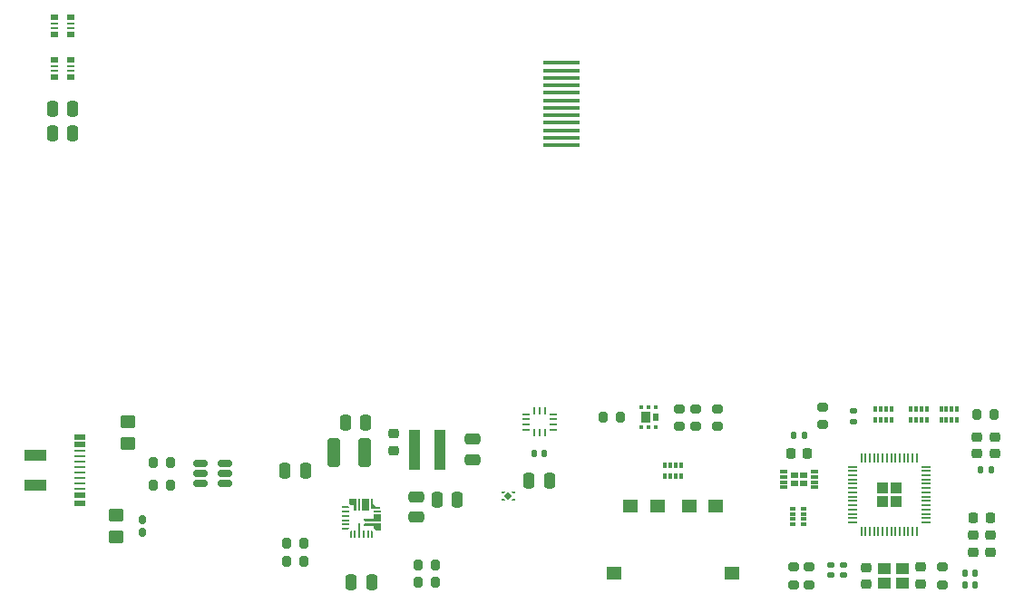
<source format=gbr>
%TF.GenerationSoftware,KiCad,Pcbnew,(5.99.0-11174-ge2a2c3282a)*%
%TF.CreationDate,2021-07-05T21:59:08+02:00*%
%TF.ProjectId,flatlight_rev20_ESIDE,666c6174-6c69-4676-9874-5f7265763230,rev?*%
%TF.SameCoordinates,Original*%
%TF.FileFunction,Paste,Top*%
%TF.FilePolarity,Positive*%
%FSLAX46Y46*%
G04 Gerber Fmt 4.6, Leading zero omitted, Abs format (unit mm)*
G04 Created by KiCad (PCBNEW (5.99.0-11174-ge2a2c3282a)) date 2021-07-05 21:59:08*
%MOMM*%
%LPD*%
G01*
G04 APERTURE LIST*
G04 Aperture macros list*
%AMRoundRect*
0 Rectangle with rounded corners*
0 $1 Rounding radius*
0 $2 $3 $4 $5 $6 $7 $8 $9 X,Y pos of 4 corners*
0 Add a 4 corners polygon primitive as box body*
4,1,4,$2,$3,$4,$5,$6,$7,$8,$9,$2,$3,0*
0 Add four circle primitives for the rounded corners*
1,1,$1+$1,$2,$3*
1,1,$1+$1,$4,$5*
1,1,$1+$1,$6,$7*
1,1,$1+$1,$8,$9*
0 Add four rect primitives between the rounded corners*
20,1,$1+$1,$2,$3,$4,$5,0*
20,1,$1+$1,$4,$5,$6,$7,0*
20,1,$1+$1,$6,$7,$8,$9,0*
20,1,$1+$1,$8,$9,$2,$3,0*%
%AMRotRect*
0 Rectangle, with rotation*
0 The origin of the aperture is its center*
0 $1 length*
0 $2 width*
0 $3 Rotation angle, in degrees counterclockwise*
0 Add horizontal line*
21,1,$1,$2,0,0,$3*%
%AMFreePoly0*
4,1,6,0.100000,-0.050000,-0.100000,-0.050000,-0.100000,0.475000,0.000000,0.575000,0.100000,0.575000,0.100000,-0.050000,0.100000,-0.050000,$1*%
%AMFreePoly1*
4,1,7,0.100000,0.575000,0.100000,-0.050000,-0.100000,-0.050000,-0.100000,0.575000,-0.050000,0.625000,0.050000,0.625000,0.100000,0.575000,0.100000,0.575000,$1*%
%AMFreePoly2*
4,1,6,0.100000,0.475000,0.100000,-0.050000,-0.100000,-0.050000,-0.100000,0.575000,0.000000,0.575000,0.100000,0.475000,0.100000,0.475000,$1*%
%AMFreePoly3*
4,1,7,0.100000,1.200000,0.100000,-0.075000,-0.100000,-0.075000,-0.100000,1.200000,-0.050000,1.250000,0.050000,1.250000,0.100000,1.200000,0.100000,1.200000,$1*%
%AMFreePoly4*
4,1,10,0.050000,-0.300000,-0.450000,-0.300000,-0.600000,-0.150000,-0.600000,0.050000,-1.475000,0.050000,-1.525000,0.100000,-1.525000,0.250000,-1.475000,0.300000,0.050000,0.300000,0.050000,-0.300000,0.050000,-0.300000,$1*%
%AMFreePoly5*
4,1,9,0.050000,-0.300000,-1.475000,-0.300000,-1.525000,-0.250000,-1.525000,-0.100000,-1.475000,-0.050000,-0.600000,-0.050000,-0.600000,0.300000,0.050000,0.300000,0.050000,-0.300000,0.050000,-0.300000,$1*%
%AMFreePoly6*
4,1,7,0.050000,-0.100000,-0.575000,-0.100000,-0.625000,-0.050000,-0.625000,0.050000,-0.575000,0.100000,0.050000,0.100000,0.050000,-0.100000,0.050000,-0.100000,$1*%
%AMFreePoly7*
4,1,9,0.100000,-0.400000,0.350000,-0.650000,0.800000,-0.650000,0.800000,-0.850000,-0.050000,-0.850000,-0.100000,-0.800000,-0.100000,0.050000,0.100000,0.050000,0.100000,-0.400000,0.100000,-0.400000,$1*%
%AMFreePoly8*
4,1,7,0.300000,-1.000000,0.250000,-1.050000,-0.250000,-1.050000,-0.300000,-1.000000,-0.300000,0.050000,0.300000,0.050000,0.300000,-1.000000,0.300000,-1.000000,$1*%
%AMFreePoly9*
4,1,7,0.100000,-1.000000,0.050000,-1.050000,-0.050000,-1.050000,-0.100000,-1.000000,-0.100000,0.050000,0.100000,0.050000,0.100000,-1.000000,0.100000,-1.000000,$1*%
%AMFreePoly10*
4,1,10,0.300000,-1.000000,0.250000,-1.050000,0.100000,-1.050000,0.050000,-1.000000,0.050000,-0.550000,-0.200000,-0.550000,-0.300000,-0.450000,-0.300000,0.050000,0.300000,0.050000,0.300000,-1.000000,0.300000,-1.000000,$1*%
%AMFreePoly11*
4,1,5,0.110000,-0.125000,-0.110000,-0.125000,-0.110000,0.125000,0.360000,0.125000,0.110000,-0.125000,0.110000,-0.125000,$1*%
%AMFreePoly12*
4,1,6,0.290000,-0.055000,0.290000,-0.125000,-0.110000,-0.125000,-0.110000,0.125000,0.110000,0.125000,0.290000,-0.055000,0.290000,-0.055000,$1*%
%AMFreePoly13*
4,1,6,0.110000,-0.125000,-0.290000,-0.125000,-0.290000,-0.055000,-0.110000,0.125000,0.110000,0.125000,0.110000,-0.125000,0.110000,-0.125000,$1*%
%AMFreePoly14*
4,1,6,0.110000,-0.125000,-0.110000,-0.125000,-0.290000,0.055000,-0.290000,0.125000,0.110000,0.125000,0.110000,-0.125000,0.110000,-0.125000,$1*%
G04 Aperture macros list end*
%ADD10RoundRect,0.140000X-0.140000X-0.170000X0.140000X-0.170000X0.140000X0.170000X-0.140000X0.170000X0*%
%ADD11RoundRect,0.140000X0.140000X0.170000X-0.140000X0.170000X-0.140000X-0.170000X0.140000X-0.170000X0*%
%ADD12RoundRect,0.250000X0.250000X0.475000X-0.250000X0.475000X-0.250000X-0.475000X0.250000X-0.475000X0*%
%ADD13RoundRect,0.225000X-0.250000X0.225000X-0.250000X-0.225000X0.250000X-0.225000X0.250000X0.225000X0*%
%ADD14RoundRect,0.225000X0.250000X-0.225000X0.250000X0.225000X-0.250000X0.225000X-0.250000X-0.225000X0*%
%ADD15RoundRect,0.140000X0.170000X-0.140000X0.170000X0.140000X-0.170000X0.140000X-0.170000X-0.140000X0*%
%ADD16RoundRect,0.250000X-0.250000X-0.475000X0.250000X-0.475000X0.250000X0.475000X-0.250000X0.475000X0*%
%ADD17RoundRect,0.250000X-0.475000X0.250000X-0.475000X-0.250000X0.475000X-0.250000X0.475000X0.250000X0*%
%ADD18RoundRect,0.250000X-0.325000X-1.100000X0.325000X-1.100000X0.325000X1.100000X-0.325000X1.100000X0*%
%ADD19RoundRect,0.225000X-0.225000X-0.250000X0.225000X-0.250000X0.225000X0.250000X-0.225000X0.250000X0*%
%ADD20RoundRect,0.140000X-0.170000X0.140000X-0.170000X-0.140000X0.170000X-0.140000X0.170000X0.140000X0*%
%ADD21RoundRect,0.218750X0.218750X0.256250X-0.218750X0.256250X-0.218750X-0.256250X0.218750X-0.256250X0*%
%ADD22R,0.980000X3.700000*%
%ADD23RoundRect,0.218750X-0.256250X0.218750X-0.256250X-0.218750X0.256250X-0.218750X0.256250X0.218750X0*%
%ADD24R,0.400000X0.425000*%
%ADD25R,0.950000X1.100000*%
%ADD26R,0.480000X0.800000*%
%ADD27RoundRect,0.200000X0.275000X-0.200000X0.275000X0.200000X-0.275000X0.200000X-0.275000X-0.200000X0*%
%ADD28RoundRect,0.200000X0.200000X0.275000X-0.200000X0.275000X-0.200000X-0.275000X0.200000X-0.275000X0*%
%ADD29RoundRect,0.200000X-0.200000X-0.275000X0.200000X-0.275000X0.200000X0.275000X-0.200000X0.275000X0*%
%ADD30RoundRect,0.200000X-0.275000X0.200000X-0.275000X-0.200000X0.275000X-0.200000X0.275000X0.200000X0*%
%ADD31R,0.300000X0.500000*%
%ADD32R,0.675000X0.250000*%
%ADD33R,0.250000X0.675000*%
%ADD34RoundRect,0.250000X0.292217X0.292217X-0.292217X0.292217X-0.292217X-0.292217X0.292217X-0.292217X0*%
%ADD35RoundRect,0.050000X0.387500X0.050000X-0.387500X0.050000X-0.387500X-0.050000X0.387500X-0.050000X0*%
%ADD36RoundRect,0.050000X0.050000X0.387500X-0.050000X0.387500X-0.050000X-0.387500X0.050000X-0.387500X0*%
%ADD37FreePoly0,270.000000*%
%ADD38FreePoly1,270.000000*%
%ADD39FreePoly2,270.000000*%
%ADD40FreePoly0,0.000000*%
%ADD41FreePoly1,0.000000*%
%ADD42FreePoly3,0.000000*%
%ADD43FreePoly2,0.000000*%
%ADD44FreePoly4,0.000000*%
%ADD45R,0.100000X0.100000*%
%ADD46FreePoly5,0.000000*%
%ADD47FreePoly6,0.000000*%
%ADD48FreePoly7,0.000000*%
%ADD49FreePoly8,0.000000*%
%ADD50FreePoly9,0.000000*%
%ADD51FreePoly10,0.000000*%
%ADD52R,0.710000X0.580000*%
%ADD53R,0.750000X0.300000*%
%ADD54FreePoly11,180.000000*%
%ADD55FreePoly12,180.000000*%
%ADD56FreePoly13,180.000000*%
%ADD57FreePoly14,180.000000*%
%ADD58RotRect,0.480000X0.480000X225.000000*%
%ADD59R,1.150000X1.000000*%
%ADD60R,1.400000X1.300000*%
%ADD61RoundRect,0.250000X0.450000X-0.350000X0.450000X0.350000X-0.450000X0.350000X-0.450000X-0.350000X0*%
%ADD62R,2.000000X1.000000*%
%ADD63R,1.000000X0.520000*%
%ADD64R,1.000000X0.270000*%
%ADD65RoundRect,0.150000X-0.512500X-0.150000X0.512500X-0.150000X0.512500X0.150000X-0.512500X0.150000X0*%
%ADD66R,0.500000X0.300000*%
%ADD67RoundRect,0.160000X0.160000X-0.222500X0.160000X0.222500X-0.160000X0.222500X-0.160000X-0.222500X0*%
%ADD68R,0.800000X0.200000*%
%ADD69R,0.800000X0.600000*%
%ADD70R,3.500000X0.350000*%
G04 APERTURE END LIST*
D10*
%TO.C,C26*%
X129470000Y-127550000D03*
X130430000Y-127550000D03*
%TD*%
D11*
%TO.C,C27*%
X90230000Y-115250000D03*
X89270000Y-115250000D03*
%TD*%
%TO.C,C17*%
X130430000Y-126450000D03*
X129470000Y-126450000D03*
%TD*%
D12*
%TO.C,C7*%
X74100000Y-127250000D03*
X72200000Y-127250000D03*
%TD*%
D13*
%TO.C,C1*%
X76150000Y-113425000D03*
X76150000Y-114975000D03*
%TD*%
D14*
%TO.C,C23*%
X131850000Y-124475000D03*
X131850000Y-122925000D03*
%TD*%
D15*
%TO.C,C16*%
X118150000Y-126630000D03*
X118150000Y-125670000D03*
%TD*%
D14*
%TO.C,C22*%
X130250000Y-124475000D03*
X130250000Y-122925000D03*
%TD*%
D15*
%TO.C,C12*%
X117000000Y-126630000D03*
X117000000Y-125670000D03*
%TD*%
D16*
%TO.C,C5*%
X80200000Y-119550000D03*
X82100000Y-119550000D03*
%TD*%
%TO.C,C10*%
X66000000Y-116850000D03*
X67900000Y-116850000D03*
%TD*%
D17*
%TO.C,C6*%
X78250000Y-119300000D03*
X78250000Y-121200000D03*
%TD*%
D16*
%TO.C,C8*%
X71650000Y-112350000D03*
X73550000Y-112350000D03*
%TD*%
D12*
%TO.C,C2*%
X90700000Y-117800000D03*
X88800000Y-117800000D03*
%TD*%
D18*
%TO.C,C9*%
X70525000Y-115150000D03*
X73475000Y-115150000D03*
%TD*%
D16*
%TO.C,C3*%
X44300000Y-85400000D03*
X46200000Y-85400000D03*
%TD*%
%TO.C,C4*%
X44300000Y-83100000D03*
X46200000Y-83100000D03*
%TD*%
D10*
%TO.C,C20*%
X113520000Y-113550000D03*
X114480000Y-113550000D03*
%TD*%
D19*
%TO.C,C21*%
X113225000Y-115250000D03*
X114775000Y-115250000D03*
%TD*%
D13*
%TO.C,C24*%
X125350000Y-125875000D03*
X125350000Y-127425000D03*
%TD*%
%TO.C,C25*%
X120250000Y-125925000D03*
X120250000Y-127475000D03*
%TD*%
D11*
%TO.C,C18*%
X131930000Y-116750000D03*
X130970000Y-116750000D03*
%TD*%
D14*
%TO.C,C19*%
X132300000Y-115275000D03*
X132300000Y-113725000D03*
%TD*%
D20*
%TO.C,C13*%
X119050000Y-111320000D03*
X119050000Y-112280000D03*
%TD*%
D21*
%TO.C,L3*%
X131837500Y-121300000D03*
X130262500Y-121300000D03*
%TD*%
D22*
%TO.C,L1*%
X80485000Y-114900000D03*
X78115000Y-114900000D03*
%TD*%
D23*
%TO.C,L2*%
X130600000Y-113712500D03*
X130600000Y-115287500D03*
%TD*%
D24*
%TO.C,Q1*%
X99301504Y-110949888D03*
X99951504Y-112849888D03*
X99951504Y-110949888D03*
D25*
X99651504Y-111899888D03*
D24*
X99301504Y-112849888D03*
D26*
X100651504Y-111899888D03*
D24*
X100601504Y-110949888D03*
X100601504Y-112849888D03*
%TD*%
D27*
%TO.C,R5*%
X127400000Y-127525000D03*
X127400000Y-125875000D03*
%TD*%
D28*
%TO.C,R1*%
X80075000Y-127250000D03*
X78425000Y-127250000D03*
%TD*%
D29*
%TO.C,R2*%
X78425000Y-125650000D03*
X80075000Y-125650000D03*
%TD*%
D30*
%TO.C,R7*%
X104350000Y-111075000D03*
X104350000Y-112725000D03*
%TD*%
%TO.C,R8*%
X102800000Y-111075000D03*
X102800000Y-112725000D03*
%TD*%
D27*
%TO.C,R9*%
X106400000Y-112725000D03*
X106400000Y-111075000D03*
%TD*%
%TO.C,R3*%
X113450000Y-127525000D03*
X113450000Y-125875000D03*
%TD*%
%TO.C,R4*%
X114950000Y-127525000D03*
X114950000Y-125875000D03*
%TD*%
D31*
%TO.C,RN1*%
X121100000Y-112150000D03*
X121600000Y-112150000D03*
X122100000Y-112150000D03*
X122600000Y-112150000D03*
X122600000Y-111150000D03*
X122100000Y-111150000D03*
X121600000Y-111150000D03*
X121100000Y-111150000D03*
%TD*%
D32*
%TO.C,U7*%
X88487500Y-111587500D03*
X88487500Y-112087500D03*
X88487500Y-112587500D03*
X88487500Y-113087500D03*
D33*
X89250000Y-113350000D03*
X89750000Y-113350000D03*
X90250000Y-113350000D03*
D32*
X91012500Y-113087500D03*
X91012500Y-112587500D03*
X91012500Y-112087500D03*
X91012500Y-111587500D03*
D33*
X90250000Y-111325000D03*
X89750000Y-111325000D03*
X89250000Y-111325000D03*
%TD*%
D34*
%TO.C,U6*%
X121762500Y-118462500D03*
X123037500Y-118462500D03*
X121762500Y-119737500D03*
X123037500Y-119737500D03*
D35*
X125837500Y-121700000D03*
X125837500Y-121300000D03*
X125837500Y-120900000D03*
X125837500Y-120500000D03*
X125837500Y-120100000D03*
X125837500Y-119700000D03*
X125837500Y-119300000D03*
X125837500Y-118900000D03*
X125837500Y-118500000D03*
X125837500Y-118100000D03*
X125837500Y-117700000D03*
X125837500Y-117300000D03*
X125837500Y-116900000D03*
X125837500Y-116500000D03*
D36*
X125000000Y-115662500D03*
X124600000Y-115662500D03*
X124200000Y-115662500D03*
X123800000Y-115662500D03*
X123400000Y-115662500D03*
X123000000Y-115662500D03*
X122600000Y-115662500D03*
X122200000Y-115662500D03*
X121800000Y-115662500D03*
X121400000Y-115662500D03*
X121000000Y-115662500D03*
X120600000Y-115662500D03*
X120200000Y-115662500D03*
X119800000Y-115662500D03*
D35*
X118962500Y-116500000D03*
X118962500Y-116900000D03*
X118962500Y-117300000D03*
X118962500Y-117700000D03*
X118962500Y-118100000D03*
X118962500Y-118500000D03*
X118962500Y-118900000D03*
X118962500Y-119300000D03*
X118962500Y-119700000D03*
X118962500Y-120100000D03*
X118962500Y-120500000D03*
X118962500Y-120900000D03*
X118962500Y-121300000D03*
X118962500Y-121700000D03*
D36*
X119800000Y-122537500D03*
X120200000Y-122537500D03*
X120600000Y-122537500D03*
X121000000Y-122537500D03*
X121400000Y-122537500D03*
X121800000Y-122537500D03*
X122200000Y-122537500D03*
X122600000Y-122537500D03*
X123000000Y-122537500D03*
X123400000Y-122537500D03*
X123800000Y-122537500D03*
X124200000Y-122537500D03*
X124600000Y-122537500D03*
X125000000Y-122537500D03*
%TD*%
D37*
%TO.C,U3*%
X71400000Y-120300000D03*
D38*
X71400000Y-120700000D03*
X71400000Y-121100000D03*
X71400000Y-121500000D03*
X71400000Y-121900000D03*
D39*
X71400000Y-122300000D03*
D40*
X72150000Y-123050000D03*
D41*
X72550000Y-123050000D03*
D42*
X72950000Y-123025000D03*
D41*
X73350000Y-123050000D03*
X73750000Y-123050000D03*
D43*
X74150000Y-123050000D03*
D44*
X74900000Y-122100000D03*
D45*
X74800000Y-122100000D03*
D46*
X74900000Y-121300000D03*
D45*
X74800000Y-121300000D03*
D47*
X74900000Y-120700000D03*
D45*
X74875000Y-120300000D03*
D48*
X74150000Y-119550000D03*
D49*
X73550000Y-119550000D03*
D45*
X73550000Y-119650000D03*
D50*
X72950000Y-119550000D03*
D51*
X72350000Y-119550000D03*
D45*
X72350000Y-119650000D03*
%TD*%
D52*
%TO.C,U5*%
X114437500Y-117325000D03*
X113562500Y-118050000D03*
X113562500Y-117325000D03*
X114437500Y-118050000D03*
D53*
X112550000Y-116937500D03*
X112550000Y-117437500D03*
X112550000Y-117937500D03*
X112550000Y-118437500D03*
X115450000Y-118437500D03*
X115450000Y-117937500D03*
X115450000Y-117437500D03*
X115450000Y-116937500D03*
%TD*%
D54*
%TO.C,U2*%
X87390000Y-119575000D03*
D55*
X87390000Y-118925000D03*
D56*
X86310000Y-118925000D03*
D57*
X86310000Y-119575000D03*
D58*
X86850000Y-119250000D03*
%TD*%
D59*
%TO.C,Y1*%
X121925000Y-127400000D03*
X123675000Y-127400000D03*
X123675000Y-126000000D03*
X121925000Y-126000000D03*
%TD*%
D28*
%TO.C,R6*%
X97325000Y-111900000D03*
X95675000Y-111900000D03*
%TD*%
D31*
%TO.C,RN6*%
X125900000Y-111150000D03*
X125400000Y-111150000D03*
X124900000Y-111150000D03*
X124400000Y-111150000D03*
X124400000Y-112150000D03*
X124900000Y-112150000D03*
X125400000Y-112150000D03*
X125900000Y-112150000D03*
%TD*%
D60*
%TO.C,SW4*%
X107750000Y-126450000D03*
X96750000Y-126450000D03*
X106250000Y-120150000D03*
X103750000Y-120150000D03*
X100750000Y-120150000D03*
X98250000Y-120150000D03*
%TD*%
D17*
%TO.C,C28*%
X83500000Y-113950000D03*
X83500000Y-115850000D03*
%TD*%
D61*
%TO.C,F1*%
X51350000Y-114300000D03*
X51350000Y-112300000D03*
%TD*%
D27*
%TO.C,R10*%
X116187500Y-112575000D03*
X116187500Y-110925000D03*
%TD*%
D62*
%TO.C,J2*%
X42685000Y-118200000D03*
X42685000Y-115400000D03*
D63*
X46885000Y-113700000D03*
X46885000Y-114450000D03*
D64*
X46885000Y-115050000D03*
X46885000Y-116550000D03*
X46885000Y-117550000D03*
X46885000Y-118550000D03*
D63*
X46885000Y-119150000D03*
X46885000Y-119900000D03*
X46885000Y-119900000D03*
X46885000Y-119150000D03*
D64*
X46885000Y-118050000D03*
X46885000Y-117050000D03*
X46885000Y-116050000D03*
X46885000Y-115550000D03*
D63*
X46885000Y-114450000D03*
X46885000Y-113700000D03*
%TD*%
D65*
%TO.C,U1*%
X58112500Y-116200000D03*
X58112500Y-117150000D03*
X58112500Y-118100000D03*
X60387500Y-118100000D03*
X60387500Y-117150000D03*
X60387500Y-116200000D03*
%TD*%
D66*
%TO.C,RN3*%
X114400000Y-121900000D03*
X114400000Y-121400000D03*
X114400000Y-120900000D03*
X114400000Y-120400000D03*
X113400000Y-120400000D03*
X113400000Y-120900000D03*
X113400000Y-121400000D03*
X113400000Y-121900000D03*
%TD*%
D61*
%TO.C,FB1*%
X50250000Y-123050000D03*
X50250000Y-121050000D03*
%TD*%
D28*
%TO.C,R19*%
X55325000Y-118200000D03*
X53675000Y-118200000D03*
%TD*%
D67*
%TO.C,D1*%
X52700000Y-122622500D03*
X52700000Y-121477500D03*
%TD*%
D28*
%TO.C,R20*%
X55325000Y-116100000D03*
X53675000Y-116100000D03*
%TD*%
%TO.C,R18*%
X67775000Y-125350000D03*
X66125000Y-125350000D03*
%TD*%
D31*
%TO.C,RN5*%
X103000000Y-116350000D03*
X102500000Y-116350000D03*
X102000000Y-116350000D03*
X101500000Y-116350000D03*
X101500000Y-117350000D03*
X102000000Y-117350000D03*
X102500000Y-117350000D03*
X103000000Y-117350000D03*
%TD*%
D68*
%TO.C,BT1*%
X44450000Y-79550000D03*
X44450000Y-75550000D03*
X44450000Y-75150000D03*
X44450000Y-79150000D03*
X46050000Y-75150000D03*
X46050000Y-79150000D03*
X46050000Y-79550000D03*
X46050000Y-75550000D03*
D69*
X46050000Y-78550000D03*
X46050000Y-74550000D03*
X44450000Y-78550000D03*
X44450000Y-74550000D03*
X44450000Y-80150000D03*
X44450000Y-76150000D03*
X46050000Y-76150000D03*
X46050000Y-80150000D03*
%TD*%
D31*
%TO.C,RN4*%
X127250000Y-112150000D03*
X127750000Y-112150000D03*
X128250000Y-112150000D03*
X128750000Y-112150000D03*
X128750000Y-111150000D03*
X128250000Y-111150000D03*
X127750000Y-111150000D03*
X127250000Y-111150000D03*
%TD*%
D28*
%TO.C,R17*%
X67775000Y-123650000D03*
X66125000Y-123650000D03*
%TD*%
%TO.C,R13*%
X132225000Y-111600000D03*
X130575000Y-111600000D03*
%TD*%
D70*
%TO.C,TFT1*%
X91800000Y-78800000D03*
X91800000Y-79500000D03*
X91800000Y-80200000D03*
X91800000Y-80900000D03*
X91800000Y-81600000D03*
X91800000Y-82300000D03*
X91800000Y-83000000D03*
X91800000Y-83700000D03*
X91800000Y-84400000D03*
X91800000Y-85100000D03*
X91800000Y-85800000D03*
X91800000Y-86500000D03*
%TD*%
M02*

</source>
